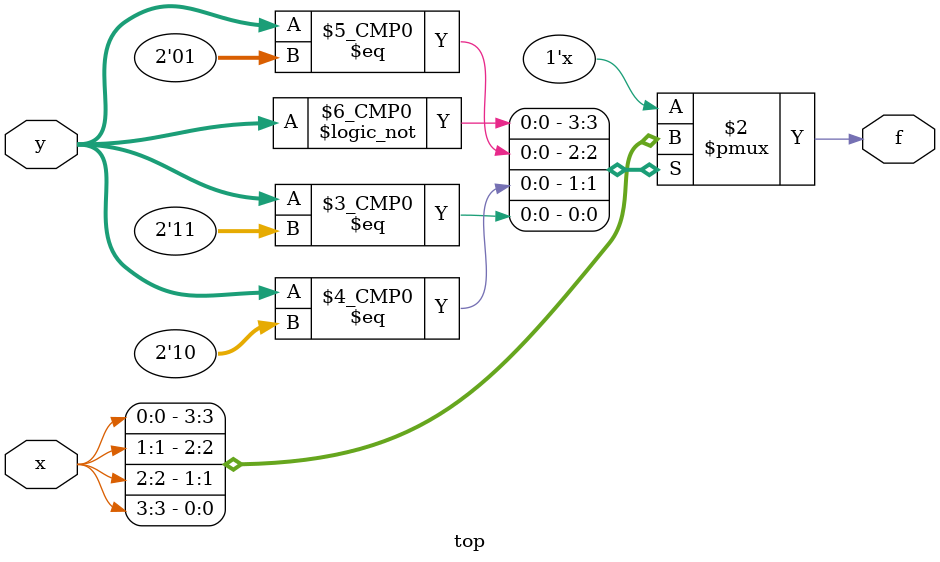
<source format=v>
module top(
    input [3:0] x,
    input [1:0] y,
    output reg f
);
    always @(*) begin
        case (y)
            2'b00: f = x[0];
            2'b01: f = x[1];
            2'b10: f = x[2];
            2'b11: f = x[3];
            default: 
                f = 1'b0;
        endcase
    end
endmodule //top

</source>
